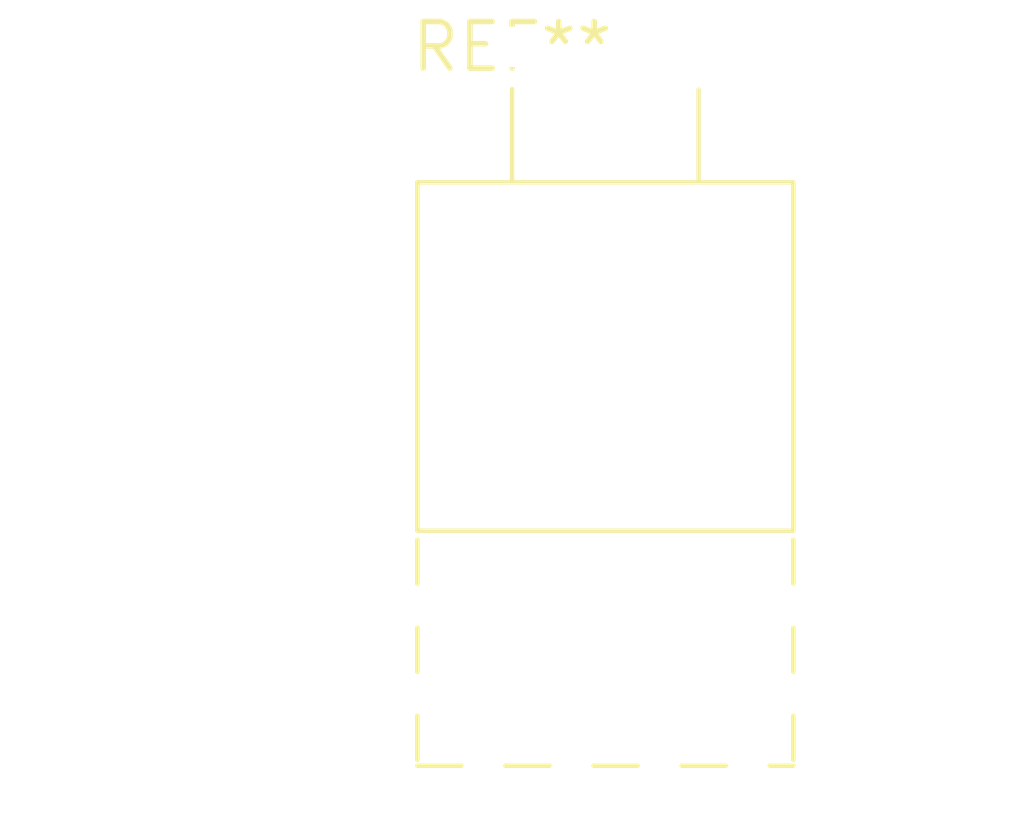
<source format=kicad_pcb>
(kicad_pcb (version 20240108) (generator pcbnew)
  (layers (0 "F.Cu" signal) (31 "B.Cu" signal) (34 "B.Paste" user) (35 "F.Paste" user) (36 "B.SilkS" user "B.Silkscreen") (37 "F.SilkS" user "F.Silkscreen") (38 "B.Mask" user) (39 "F.Mask" user) (44 "Edge.Cuts" user))
  (net 0 "")
  (footprint "TO-220-2_Horizontal_TabUp" (layer "F.Cu") (at 0 0)
    (property "Reference" "REF**")
    (property "Value" "TO-220-2_Horizontal_TabUp")
    (fp_line (start -2.58 3.69) (end -2.58 13.18) (layer "F.SilkS") (stroke (width 0.12)))
    (fp_line (start -2.58 3.69) (end 7.66 3.69) (layer "F.SilkS") (stroke (width 0.12)))
    (fp_line (start -2.58 13.18) (end 7.66 13.18) (layer "F.SilkS") (stroke (width 0.12)))
    (fp_line (start -2.58 13.42) (end -2.58 14.62) (layer "F.SilkS") (stroke (width 0.12)))
    (fp_line (start -2.58 15.82) (end -2.58 17.02) (layer "F.SilkS") (stroke (width 0.12)))
    (fp_line (start -2.58 18.22) (end -2.58 19.42) (layer "F.SilkS") (stroke (width 0.12)))
    (fp_line (start -2.58 19.58) (end -1.38 19.58) (layer "F.SilkS") (stroke (width 0.12)))
    (fp_line (start -0.181 19.58) (end 1.02 19.58) (layer "F.SilkS") (stroke (width 0.12)))
    (fp_line (start 0 1.15) (end 0 3.69) (layer "F.SilkS") (stroke (width 0.12)))
    (fp_line (start 2.22 19.58) (end 3.42 19.58) (layer "F.SilkS") (stroke (width 0.12)))
    (fp_line (start 4.62 19.58) (end 5.82 19.58) (layer "F.SilkS") (stroke (width 0.12)))
    (fp_line (start 5.08 1.165) (end 5.08 3.69) (layer "F.SilkS") (stroke (width 0.12)))
    (fp_line (start 7.02 19.58) (end 7.66 19.58) (layer "F.SilkS") (stroke (width 0.12)))
    (fp_line (start 7.66 3.69) (end 7.66 13.18) (layer "F.SilkS") (stroke (width 0.12)))
    (fp_line (start 7.66 13.42) (end 7.66 14.62) (layer "F.SilkS") (stroke (width 0.12)))
    (fp_line (start 7.66 15.82) (end 7.66 17.02) (layer "F.SilkS") (stroke (width 0.12)))
    (fp_line (start 7.66 18.22) (end 7.66 19.42) (layer "F.SilkS") (stroke (width 0.12)))
    (pad "" np_thru_hole oval (at 2.54 16.66) (size 3.5 3.5) (drill 3.5) (layers *.Cu *.Mask))
    (pad "1" thru_hole rect (at 0 0) (size 2 2) (drill 1.1) (layers *.Cu *.Mask) (remove_unused_layers))
    (pad "2" thru_hole oval (at 5.08 0) (size 2 2) (drill 1.1) (layers *.Cu *.Mask) (remove_unused_layers))
  )
)
</source>
